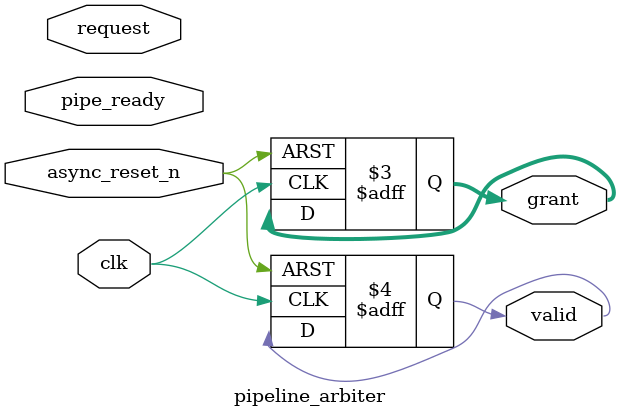
<source format=sv>
module pipeline_arbiter(
  input wire clk, async_reset_n,
  input wire [3:0] request,
  input wire pipe_ready,
  output reg [3:0] grant,
  output reg valid
);
  reg [3:0] req_stage1, req_stage2;
  reg [1:0] state, next_state;
  always @(posedge clk or negedge async_reset_n) begin
    if (!async_reset_n) begin
      state <= 2'b00; req_stage1 <= 4'b0; 
      req_stage2 <= 4'b0; grant <= 4'b0; valid <= 1'b0;
    end else begin
      state <= next_state;
      req_stage1 <= request;
      req_stage2 <= req_stage1;
      // Pipelined arbitration logic
    end
  end
endmodule
</source>
